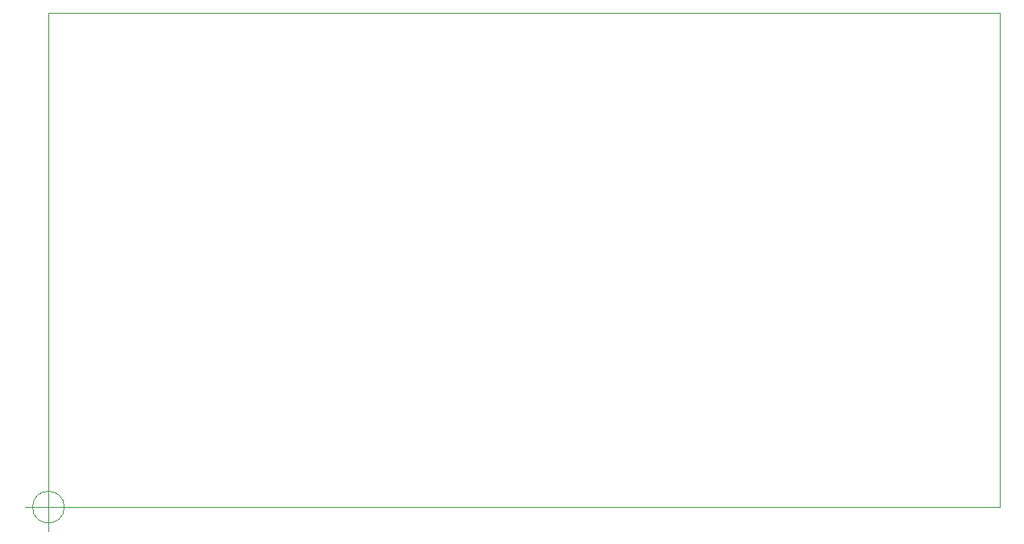
<source format=gm1>
G04 #@! TF.GenerationSoftware,KiCad,Pcbnew,(6.0.5)*
G04 #@! TF.CreationDate,2022-06-11T17:51:56-07:00*
G04 #@! TF.ProjectId,main_template,6d61696e-5f74-4656-9d70-6c6174652e6b,1*
G04 #@! TF.SameCoordinates,Original*
G04 #@! TF.FileFunction,Profile,NP*
%FSLAX46Y46*%
G04 Gerber Fmt 4.6, Leading zero omitted, Abs format (unit mm)*
G04 Created by KiCad (PCBNEW (6.0.5)) date 2022-06-11 17:51:56*
%MOMM*%
%LPD*%
G01*
G04 APERTURE LIST*
G04 #@! TA.AperFunction,Profile*
%ADD10C,0.038100*%
G04 #@! TD*
G04 APERTURE END LIST*
D10*
X70000000Y-150000000D02*
X170000000Y-150000000D01*
X170000000Y-150000000D02*
X170000000Y-98000000D01*
X170000000Y-98000000D02*
X70000000Y-98000000D01*
X70000000Y-98000000D02*
X70000000Y-150000000D01*
X71666666Y-150000000D02*
G75*
G03*
X71666666Y-150000000I-1666666J0D01*
G01*
X67500000Y-150000000D02*
X72500000Y-150000000D01*
X70000000Y-147500000D02*
X70000000Y-152500000D01*
M02*

</source>
